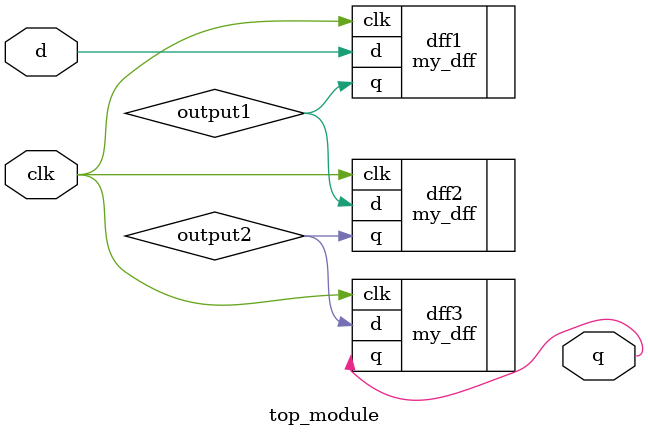
<source format=v>
module top_module ( input clk, input d, output q );
    
  // Outputs from Modules:
  wire output1;
  wire output2;
  
  my_dff dff1(.clk(clk), .d(d), .q(output1));
  my_dff dff2(.clk(clk), .d(output1), .q(output2));
  my_dff dff3(.clk(clk), .d(output2), .q(q));
    
endmodule
</source>
